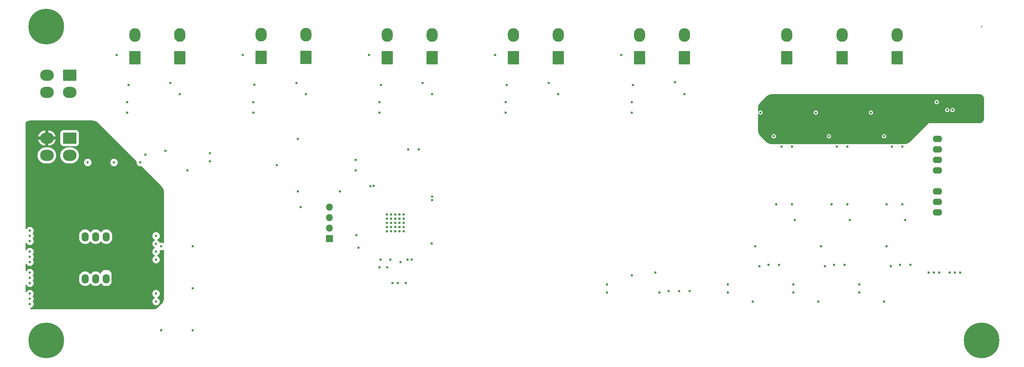
<source format=gbr>
%TF.GenerationSoftware,KiCad,Pcbnew,8.0.4*%
%TF.CreationDate,2025-03-26T21:29:20+03:00*%
%TF.ProjectId,PDU_Control_Board,5044555f-436f-46e7-9472-6f6c5f426f61,rev?*%
%TF.SameCoordinates,Original*%
%TF.FileFunction,Copper,L3,Inr*%
%TF.FilePolarity,Positive*%
%FSLAX46Y46*%
G04 Gerber Fmt 4.6, Leading zero omitted, Abs format (unit mm)*
G04 Created by KiCad (PCBNEW 8.0.4) date 2025-03-26 21:29:20*
%MOMM*%
%LPD*%
G01*
G04 APERTURE LIST*
G04 Aperture macros list*
%AMRoundRect*
0 Rectangle with rounded corners*
0 $1 Rounding radius*
0 $2 $3 $4 $5 $6 $7 $8 $9 X,Y pos of 4 corners*
0 Add a 4 corners polygon primitive as box body*
4,1,4,$2,$3,$4,$5,$6,$7,$8,$9,$2,$3,0*
0 Add four circle primitives for the rounded corners*
1,1,$1+$1,$2,$3*
1,1,$1+$1,$4,$5*
1,1,$1+$1,$6,$7*
1,1,$1+$1,$8,$9*
0 Add four rect primitives between the rounded corners*
20,1,$1+$1,$2,$3,$4,$5,0*
20,1,$1+$1,$4,$5,$6,$7,0*
20,1,$1+$1,$6,$7,$8,$9,0*
20,1,$1+$1,$8,$9,$2,$3,0*%
G04 Aperture macros list end*
%TA.AperFunction,ComponentPad*%
%ADD10RoundRect,0.250001X1.099999X1.399999X-1.099999X1.399999X-1.099999X-1.399999X1.099999X-1.399999X0*%
%TD*%
%TA.AperFunction,ComponentPad*%
%ADD11O,2.700000X3.300000*%
%TD*%
%TA.AperFunction,ComponentPad*%
%ADD12RoundRect,0.250001X-1.399999X1.099999X-1.399999X-1.099999X1.399999X-1.099999X1.399999X1.099999X0*%
%TD*%
%TA.AperFunction,ComponentPad*%
%ADD13O,3.300000X2.700000*%
%TD*%
%TA.AperFunction,ComponentPad*%
%ADD14C,0.900000*%
%TD*%
%TA.AperFunction,ComponentPad*%
%ADD15C,8.600000*%
%TD*%
%TA.AperFunction,ComponentPad*%
%ADD16O,1.700000X2.300000*%
%TD*%
%TA.AperFunction,ComponentPad*%
%ADD17R,1.700000X1.700000*%
%TD*%
%TA.AperFunction,ComponentPad*%
%ADD18O,1.700000X1.700000*%
%TD*%
%TA.AperFunction,ComponentPad*%
%ADD19O,2.300000X1.600000*%
%TD*%
%TA.AperFunction,ViaPad*%
%ADD20C,0.600000*%
%TD*%
%ADD21C,0.300000*%
%ADD22C,0.350000*%
G04 APERTURE END LIST*
D10*
%TO.N,Net-(D4-A)*%
%TO.C,J5*%
X349885000Y-175335000D03*
D11*
%TO.N,+24V*%
X349885000Y-169835000D03*
%TD*%
D10*
%TO.N,Net-(D13-A)*%
%TO.C,J7*%
X258445000Y-175335000D03*
D11*
%TO.N,+24V*%
X258445000Y-169835000D03*
%TD*%
D12*
%TO.N,Crrent_Out*%
%TO.C,J1*%
X231850000Y-194750000D03*
D13*
%TO.N,GND*%
X231850000Y-198950000D03*
%TO.N,+5V*%
X226350000Y-194750000D03*
%TO.N,GND*%
X226350000Y-198950000D03*
%TD*%
D10*
%TO.N,Net-(D20-A)*%
%TO.C,J12*%
X247650000Y-175335000D03*
D11*
%TO.N,+24V*%
X247650000Y-169835000D03*
%TD*%
D14*
%TO.N,GND*%
%TO.C,H1*%
X452217000Y-240515000D03*
X454497419Y-241459581D03*
X449936581Y-241459581D03*
X455442000Y-243740000D03*
D15*
X452217000Y-243740000D03*
D14*
X448992000Y-243740000D03*
X454497419Y-246020419D03*
X449936581Y-246020419D03*
X452217000Y-246965000D03*
%TD*%
D10*
%TO.N,Net-(D24-A)*%
%TO.C,J8*%
X278130000Y-175260000D03*
D11*
%TO.N,+24V*%
X278130000Y-169760000D03*
%TD*%
D14*
%TO.N,GND*%
%TO.C,H2*%
X226217000Y-164515000D03*
X228497419Y-165459581D03*
X223936581Y-165459581D03*
X229442000Y-167740000D03*
D15*
X226217000Y-167740000D03*
D14*
X222992000Y-167740000D03*
X228497419Y-170020419D03*
X223936581Y-170020419D03*
X226217000Y-170965000D03*
%TD*%
D10*
%TO.N,VDC_IN*%
%TO.C,J20*%
X405130000Y-175335000D03*
D11*
%TO.N,GNDPWR*%
X405130000Y-169835000D03*
%TD*%
D16*
%TO.N,+24V*%
%TO.C,D16*%
X235585000Y-218630000D03*
%TO.N,GND*%
X238125000Y-218630000D03*
%TO.N,+3.3V*%
X240665000Y-218630000D03*
%TD*%
D10*
%TO.N,Net-(D22-A)*%
%TO.C,J10*%
X339090000Y-175335000D03*
D11*
%TO.N,+24V*%
X339090000Y-169835000D03*
%TD*%
D10*
%TO.N,Net-(D7-A)*%
%TO.C,J4*%
X288925000Y-175260000D03*
D11*
%TO.N,+24V*%
X288925000Y-169760000D03*
%TD*%
D10*
%TO.N,VDC_OUT2*%
%TO.C,J22*%
X431800000Y-175335000D03*
D11*
%TO.N,GNDPWR*%
X431800000Y-169835000D03*
%TD*%
D10*
%TO.N,Net-(D6-A)*%
%TO.C,J2*%
X319405000Y-175335000D03*
D11*
%TO.N,+24V*%
X319405000Y-169835000D03*
%TD*%
D14*
%TO.N,GND*%
%TO.C,H3*%
X226217000Y-240515000D03*
X228497419Y-241459581D03*
X223936581Y-241459581D03*
X229442000Y-243740000D03*
D15*
X226217000Y-243740000D03*
D14*
X222992000Y-243740000D03*
X228497419Y-246020419D03*
X223936581Y-246020419D03*
X226217000Y-246965000D03*
%TD*%
D17*
%TO.N,GND*%
%TO.C,J3*%
X294640000Y-219065000D03*
D18*
%TO.N,Net-(J3-Pin_2)*%
X294640000Y-216525000D03*
%TO.N,Net-(J3-Pin_3)*%
X294640000Y-213985000D03*
%TO.N,Net-(D3-A)*%
X294640000Y-211445000D03*
%TD*%
D10*
%TO.N,Net-(D21-A)*%
%TO.C,J11*%
X369570000Y-175335000D03*
D11*
%TO.N,+24V*%
X369570000Y-169835000D03*
%TD*%
D12*
%TO.N,CANL*%
%TO.C,J13*%
X231850000Y-179510000D03*
D13*
%TO.N,CANH*%
X231850000Y-183710000D03*
%TO.N,+24V*%
X226350000Y-179510000D03*
%TO.N,GND*%
X226350000Y-183710000D03*
%TD*%
D19*
%TO.N,GND*%
%TO.C,D37*%
X441535000Y-212725000D03*
%TO.N,Net-(D37-Vin)*%
X441535000Y-210185000D03*
%TO.N,unconnected-(D37-Ctrl-Pad3)*%
X441535000Y-207645000D03*
%TO.N,unconnected-(D37-NC-Pad5)*%
X441535000Y-202565000D03*
%TO.N,+3.3VP*%
X441535000Y-200025000D03*
%TO.N,GNDPWR*%
X441535000Y-197485000D03*
%TO.N,Net-(D37-CS)*%
X441535000Y-194945000D03*
%TD*%
D10*
%TO.N,Net-(D8-A)*%
%TO.C,J6*%
X380365000Y-175335000D03*
D11*
%TO.N,+24V*%
X380365000Y-169835000D03*
%TD*%
D10*
%TO.N,VDC_OUT1*%
%TO.C,J21*%
X418465000Y-175335000D03*
D11*
%TO.N,GNDPWR*%
X418465000Y-169835000D03*
%TD*%
D10*
%TO.N,Net-(D23-A)*%
%TO.C,J9*%
X308610000Y-175335000D03*
D11*
%TO.N,+24V*%
X308610000Y-169835000D03*
%TD*%
D16*
%TO.N,+24V*%
%TO.C,D41*%
X235585000Y-228790000D03*
%TO.N,GND*%
X238125000Y-228790000D03*
%TO.N,+5V*%
X240665000Y-228790000D03*
%TD*%
D20*
%TO.N,+3.3V*%
X361635000Y-232090000D03*
X265745000Y-198440000D03*
X419735000Y-210820000D03*
X407035000Y-214630000D03*
X307015000Y-224155000D03*
X309880000Y-229870000D03*
X430210000Y-225740000D03*
X422595000Y-232090000D03*
X254000000Y-220980000D03*
X374330000Y-232090000D03*
X406400000Y-210820000D03*
X252730000Y-218440000D03*
X300990000Y-200025000D03*
X433070000Y-210820000D03*
X319330057Y-220240035D03*
X254950000Y-197805000D03*
X367665000Y-186055000D03*
X420370000Y-214630000D03*
X314515000Y-224155000D03*
X433705000Y-214630000D03*
X252730000Y-220345000D03*
X245745000Y-186055000D03*
X406720000Y-232090000D03*
X304515000Y-206375000D03*
X414335000Y-225740000D03*
X319405000Y-208964997D03*
X337185000Y-186055000D03*
X301625000Y-221265000D03*
X276225000Y-186055000D03*
X398460000Y-225740000D03*
X313515000Y-224155000D03*
X306705000Y-186055000D03*
X390845000Y-232090000D03*
X287655000Y-211455000D03*
X309365001Y-224171094D03*
%TO.N,GND*%
X367967500Y-181942500D03*
X337185000Y-188595000D03*
X367665000Y-188595000D03*
X306705000Y-188595000D03*
X376555000Y-231775000D03*
X415925000Y-210820000D03*
X252730000Y-232410000D03*
X287020000Y-194945000D03*
X222250000Y-224790000D03*
X334645000Y-174625000D03*
X422595000Y-230190000D03*
X297180000Y-207645000D03*
X311531000Y-216281000D03*
X222250000Y-223520000D03*
X316230000Y-197485000D03*
X434975000Y-225425000D03*
X400685000Y-225425000D03*
X312547000Y-214249000D03*
X317105000Y-181370000D03*
X308483000Y-215265000D03*
X390845000Y-230190000D03*
X252730000Y-224155000D03*
X273685000Y-174625000D03*
X378065000Y-181215000D03*
X396875000Y-234315000D03*
X287020000Y-207645000D03*
X308483000Y-213233000D03*
X413385000Y-220980000D03*
X428625000Y-234315000D03*
X222250000Y-232410000D03*
X261620000Y-231140000D03*
X309499000Y-215265000D03*
X337479500Y-181950500D03*
X222250000Y-234950000D03*
X310515000Y-214249000D03*
X365125000Y-174625000D03*
X397510000Y-220980000D03*
X248920000Y-200660000D03*
X246085500Y-181950500D03*
X260350000Y-202565000D03*
X265745000Y-200340000D03*
X258445000Y-184150000D03*
X311531000Y-214249000D03*
X307037500Y-181942500D03*
X308483000Y-214249000D03*
X304165000Y-174625000D03*
X300990000Y-202565000D03*
X242570000Y-200660000D03*
X313055000Y-229870000D03*
X373380000Y-227330000D03*
X252730000Y-234315000D03*
X312547000Y-215265000D03*
X406720000Y-230190000D03*
X313690000Y-197485000D03*
X319405000Y-184150000D03*
X416560000Y-225425000D03*
X312547000Y-217297000D03*
X429260000Y-210820000D03*
X310515000Y-215265000D03*
X276482500Y-181867500D03*
X380365000Y-184150000D03*
X281940000Y-201295000D03*
X288925000Y-184150000D03*
X311150000Y-229870000D03*
X261620000Y-220980000D03*
X308483000Y-216281000D03*
X432435000Y-225425000D03*
X252730000Y-222250000D03*
X311531000Y-215265000D03*
X367665000Y-227965000D03*
X310515000Y-217297000D03*
X261620000Y-241300000D03*
X309499000Y-217297000D03*
X310515000Y-216281000D03*
X245745000Y-188595000D03*
X310515000Y-213233000D03*
X412750000Y-234315000D03*
X441960000Y-227330000D03*
X222250000Y-222250000D03*
X312547000Y-216281000D03*
X256145000Y-181370000D03*
X403225000Y-225425000D03*
X308483000Y-217297000D03*
X311531000Y-217297000D03*
X349885000Y-184150000D03*
X250190000Y-198755000D03*
X243205000Y-174625000D03*
X419100000Y-225425000D03*
X439420000Y-227330000D03*
X309499000Y-216281000D03*
X347585000Y-181370000D03*
X222250000Y-233680000D03*
X236220000Y-200660000D03*
X361635000Y-230190000D03*
X402590000Y-210820000D03*
X379095000Y-231775000D03*
X312547000Y-213233000D03*
X309499000Y-213233000D03*
X440690000Y-227330000D03*
X311531000Y-213233000D03*
X276225000Y-188595000D03*
X306705000Y-226060000D03*
X309499000Y-214249000D03*
X308610000Y-226060000D03*
X429260000Y-220980000D03*
X286625000Y-181370000D03*
%TO.N,Net-(U2-VCAP_1)*%
X319405000Y-209765000D03*
%TO.N,Net-(U2-VCAP_2)*%
X305311521Y-206300443D03*
%TO.N,+24V*%
X222250000Y-217170000D03*
X222250000Y-219710000D03*
X222250000Y-218440000D03*
X447040000Y-227330000D03*
X381635000Y-231775000D03*
X444500000Y-227330000D03*
X222250000Y-229870000D03*
X254000000Y-241300000D03*
X445770000Y-227330000D03*
X222250000Y-228600000D03*
X222250000Y-227330000D03*
%TO.N,BOOT0*%
X301165000Y-218265000D03*
%TO.N,NRST*%
X311785000Y-224790000D03*
%TO.N,GNDPWR*%
X398780000Y-188595000D03*
X445135000Y-187960000D03*
X430530000Y-196850000D03*
X417195000Y-196850000D03*
X428625000Y-194310000D03*
X425450000Y-188595000D03*
X401955000Y-194310000D03*
X415290000Y-194310000D03*
X412115000Y-188595000D03*
X441325000Y-186055000D03*
X403860000Y-196850000D03*
X443865000Y-187960000D03*
%TO.N,+3.3VP*%
X420370000Y-193040000D03*
X433705000Y-193040000D03*
X433070000Y-196850000D03*
X449580000Y-186055000D03*
X448945000Y-187960000D03*
X419735000Y-196850000D03*
X450215000Y-187960000D03*
X406400000Y-196850000D03*
X407035000Y-193040000D03*
%TO.N,+5V*%
X252730000Y-228600000D03*
X252730000Y-230505000D03*
X236220000Y-192405000D03*
X254000000Y-231140000D03*
%TD*%
%TA.AperFunction,Conductor*%
%TO.N,+3.3VP*%
G36*
X451677048Y-184150597D02*
G01*
X451870317Y-184169632D01*
X451894153Y-184174374D01*
X452074138Y-184228973D01*
X452096595Y-184238275D01*
X452262460Y-184326931D01*
X452282672Y-184340436D01*
X452428059Y-184459752D01*
X452445247Y-184476940D01*
X452564563Y-184622327D01*
X452578068Y-184642539D01*
X452666724Y-184808404D01*
X452676026Y-184830861D01*
X452730625Y-185010846D01*
X452735368Y-185034688D01*
X452754403Y-185227951D01*
X452755000Y-185240105D01*
X452755000Y-190044894D01*
X452754403Y-190057048D01*
X452735368Y-190250311D01*
X452730625Y-190274153D01*
X452676026Y-190454138D01*
X452666724Y-190476595D01*
X452578068Y-190642460D01*
X452564563Y-190662672D01*
X452445247Y-190808059D01*
X452428059Y-190825247D01*
X452282672Y-190944563D01*
X452262460Y-190958068D01*
X452096595Y-191046724D01*
X452074138Y-191056026D01*
X451894153Y-191110625D01*
X451870311Y-191115368D01*
X451677048Y-191134403D01*
X451664894Y-191135000D01*
X439420000Y-191135000D01*
X438834224Y-191720775D01*
X438834216Y-191720783D01*
X434928659Y-195626340D01*
X434922737Y-195631887D01*
X434735206Y-195796348D01*
X434722337Y-195806222D01*
X434518329Y-195942535D01*
X434504283Y-195950645D01*
X434284229Y-196059164D01*
X434269243Y-196065371D01*
X434036904Y-196144239D01*
X434021238Y-196148437D01*
X433780603Y-196196303D01*
X433764521Y-196198421D01*
X433515616Y-196214735D01*
X433507506Y-196215000D01*
X401517494Y-196215000D01*
X401509384Y-196214735D01*
X401260478Y-196198421D01*
X401244397Y-196196303D01*
X401210783Y-196189616D01*
X401003761Y-196148437D01*
X400988095Y-196144239D01*
X400755756Y-196065371D01*
X400740770Y-196059164D01*
X400520716Y-195950645D01*
X400506670Y-195942535D01*
X400302662Y-195806222D01*
X400289793Y-195796348D01*
X400102262Y-195631887D01*
X400096340Y-195626340D01*
X398780000Y-194310000D01*
X401449353Y-194310000D01*
X401469834Y-194452456D01*
X401529622Y-194583371D01*
X401529623Y-194583373D01*
X401623872Y-194692143D01*
X401744947Y-194769953D01*
X401744950Y-194769954D01*
X401744949Y-194769954D01*
X401883036Y-194810499D01*
X401883038Y-194810500D01*
X401883039Y-194810500D01*
X402026962Y-194810500D01*
X402026962Y-194810499D01*
X402165053Y-194769953D01*
X402286128Y-194692143D01*
X402380377Y-194583373D01*
X402440165Y-194452457D01*
X402460647Y-194310000D01*
X414784353Y-194310000D01*
X414804834Y-194452456D01*
X414864622Y-194583371D01*
X414864623Y-194583373D01*
X414958872Y-194692143D01*
X415079947Y-194769953D01*
X415079950Y-194769954D01*
X415079949Y-194769954D01*
X415218036Y-194810499D01*
X415218038Y-194810500D01*
X415218039Y-194810500D01*
X415361962Y-194810500D01*
X415361962Y-194810499D01*
X415500053Y-194769953D01*
X415621128Y-194692143D01*
X415715377Y-194583373D01*
X415775165Y-194452457D01*
X415795647Y-194310000D01*
X428119353Y-194310000D01*
X428139834Y-194452456D01*
X428199622Y-194583371D01*
X428199623Y-194583373D01*
X428293872Y-194692143D01*
X428414947Y-194769953D01*
X428414950Y-194769954D01*
X428414949Y-194769954D01*
X428553036Y-194810499D01*
X428553038Y-194810500D01*
X428553039Y-194810500D01*
X428696962Y-194810500D01*
X428696962Y-194810499D01*
X428835053Y-194769953D01*
X428956128Y-194692143D01*
X429050377Y-194583373D01*
X429110165Y-194452457D01*
X429130647Y-194310000D01*
X429110165Y-194167543D01*
X429050377Y-194036627D01*
X428956128Y-193927857D01*
X428835053Y-193850047D01*
X428835051Y-193850046D01*
X428835049Y-193850045D01*
X428835050Y-193850045D01*
X428696963Y-193809500D01*
X428696961Y-193809500D01*
X428553039Y-193809500D01*
X428553036Y-193809500D01*
X428414949Y-193850045D01*
X428293873Y-193927856D01*
X428199623Y-194036626D01*
X428199622Y-194036628D01*
X428139834Y-194167543D01*
X428119353Y-194310000D01*
X415795647Y-194310000D01*
X415775165Y-194167543D01*
X415715377Y-194036627D01*
X415621128Y-193927857D01*
X415500053Y-193850047D01*
X415500051Y-193850046D01*
X415500049Y-193850045D01*
X415500050Y-193850045D01*
X415361963Y-193809500D01*
X415361961Y-193809500D01*
X415218039Y-193809500D01*
X415218036Y-193809500D01*
X415079949Y-193850045D01*
X414958873Y-193927856D01*
X414864623Y-194036626D01*
X414864622Y-194036628D01*
X414804834Y-194167543D01*
X414784353Y-194310000D01*
X402460647Y-194310000D01*
X402440165Y-194167543D01*
X402380377Y-194036627D01*
X402286128Y-193927857D01*
X402165053Y-193850047D01*
X402165051Y-193850046D01*
X402165049Y-193850045D01*
X402165050Y-193850045D01*
X402026963Y-193809500D01*
X402026961Y-193809500D01*
X401883039Y-193809500D01*
X401883036Y-193809500D01*
X401744949Y-193850045D01*
X401623873Y-193927856D01*
X401529623Y-194036626D01*
X401529622Y-194036628D01*
X401469834Y-194167543D01*
X401449353Y-194310000D01*
X398780000Y-194310000D01*
X398733659Y-194263659D01*
X398728112Y-194257737D01*
X398563651Y-194070206D01*
X398553777Y-194057337D01*
X398417464Y-193853329D01*
X398409354Y-193839283D01*
X398394667Y-193809500D01*
X398300832Y-193619222D01*
X398294628Y-193604243D01*
X398215760Y-193371904D01*
X398211562Y-193356238D01*
X398163694Y-193115589D01*
X398161579Y-193099531D01*
X398145265Y-192850615D01*
X398145000Y-192842506D01*
X398145000Y-188958912D01*
X398164685Y-188891873D01*
X398217489Y-188846118D01*
X398286647Y-188836174D01*
X398350203Y-188865199D01*
X398362710Y-188877706D01*
X398448872Y-188977143D01*
X398569947Y-189054953D01*
X398569950Y-189054954D01*
X398569949Y-189054954D01*
X398708036Y-189095499D01*
X398708038Y-189095500D01*
X398708039Y-189095500D01*
X398851962Y-189095500D01*
X398851962Y-189095499D01*
X398990053Y-189054953D01*
X399111128Y-188977143D01*
X399205377Y-188868373D01*
X399265165Y-188737457D01*
X399285647Y-188595000D01*
X411609353Y-188595000D01*
X411629834Y-188737456D01*
X411674918Y-188836174D01*
X411689623Y-188868373D01*
X411783872Y-188977143D01*
X411904947Y-189054953D01*
X411904950Y-189054954D01*
X411904949Y-189054954D01*
X412043036Y-189095499D01*
X412043038Y-189095500D01*
X412043039Y-189095500D01*
X412186962Y-189095500D01*
X412186962Y-189095499D01*
X412325053Y-189054953D01*
X412446128Y-188977143D01*
X412540377Y-188868373D01*
X412600165Y-188737457D01*
X412620647Y-188595000D01*
X424944353Y-188595000D01*
X424964834Y-188737456D01*
X425009918Y-188836174D01*
X425024623Y-188868373D01*
X425118872Y-188977143D01*
X425239947Y-189054953D01*
X425239950Y-189054954D01*
X425239949Y-189054954D01*
X425378036Y-189095499D01*
X425378038Y-189095500D01*
X425378039Y-189095500D01*
X425521962Y-189095500D01*
X425521962Y-189095499D01*
X425660053Y-189054953D01*
X425781128Y-188977143D01*
X425875377Y-188868373D01*
X425935165Y-188737457D01*
X425955647Y-188595000D01*
X425935165Y-188452543D01*
X425875377Y-188321627D01*
X425781128Y-188212857D01*
X425660053Y-188135047D01*
X425660051Y-188135046D01*
X425660049Y-188135045D01*
X425660050Y-188135045D01*
X425521963Y-188094500D01*
X425521961Y-188094500D01*
X425378039Y-188094500D01*
X425378036Y-188094500D01*
X425239949Y-188135045D01*
X425118873Y-188212856D01*
X425024623Y-188321626D01*
X425024622Y-188321628D01*
X424964834Y-188452543D01*
X424944353Y-188595000D01*
X412620647Y-188595000D01*
X412600165Y-188452543D01*
X412540377Y-188321627D01*
X412446128Y-188212857D01*
X412325053Y-188135047D01*
X412325051Y-188135046D01*
X412325049Y-188135045D01*
X412325050Y-188135045D01*
X412186963Y-188094500D01*
X412186961Y-188094500D01*
X412043039Y-188094500D01*
X412043036Y-188094500D01*
X411904949Y-188135045D01*
X411783873Y-188212856D01*
X411689623Y-188321626D01*
X411689622Y-188321628D01*
X411629834Y-188452543D01*
X411609353Y-188595000D01*
X399285647Y-188595000D01*
X399265165Y-188452543D01*
X399205377Y-188321627D01*
X399111128Y-188212857D01*
X398990053Y-188135047D01*
X398990051Y-188135046D01*
X398990049Y-188135045D01*
X398990050Y-188135045D01*
X398851963Y-188094500D01*
X398851961Y-188094500D01*
X398708039Y-188094500D01*
X398708036Y-188094500D01*
X398569949Y-188135045D01*
X398448873Y-188212856D01*
X398362713Y-188312290D01*
X398303935Y-188350064D01*
X398234065Y-188350064D01*
X398175287Y-188312289D01*
X398146262Y-188248734D01*
X398145000Y-188231087D01*
X398145000Y-187960000D01*
X443359353Y-187960000D01*
X443379834Y-188102456D01*
X443438579Y-188231087D01*
X443439623Y-188233373D01*
X443533872Y-188342143D01*
X443654947Y-188419953D01*
X443654950Y-188419954D01*
X443654949Y-188419954D01*
X443793036Y-188460499D01*
X443793038Y-188460500D01*
X443793039Y-188460500D01*
X443936962Y-188460500D01*
X443936962Y-188460499D01*
X444075053Y-188419953D01*
X444196128Y-188342143D01*
X444290377Y-188233373D01*
X444350165Y-188102457D01*
X444370647Y-187960000D01*
X444629353Y-187960000D01*
X444649834Y-188102456D01*
X444708579Y-188231087D01*
X444709623Y-188233373D01*
X444803872Y-188342143D01*
X444924947Y-188419953D01*
X444924950Y-188419954D01*
X444924949Y-188419954D01*
X445063036Y-188460499D01*
X445063038Y-188460500D01*
X445063039Y-188460500D01*
X445206962Y-188460500D01*
X445206962Y-188460499D01*
X445345053Y-188419953D01*
X445466128Y-188342143D01*
X445560377Y-188233373D01*
X445620165Y-188102457D01*
X445640647Y-187960000D01*
X445620165Y-187817543D01*
X445560377Y-187686627D01*
X445466128Y-187577857D01*
X445345053Y-187500047D01*
X445345051Y-187500046D01*
X445345049Y-187500045D01*
X445345050Y-187500045D01*
X445206963Y-187459500D01*
X445206961Y-187459500D01*
X445063039Y-187459500D01*
X445063036Y-187459500D01*
X444924949Y-187500045D01*
X444803873Y-187577856D01*
X444709623Y-187686626D01*
X444709622Y-187686628D01*
X444649834Y-187817543D01*
X444629353Y-187960000D01*
X444370647Y-187960000D01*
X444350165Y-187817543D01*
X444290377Y-187686627D01*
X444196128Y-187577857D01*
X444075053Y-187500047D01*
X444075051Y-187500046D01*
X444075049Y-187500045D01*
X444075050Y-187500045D01*
X443936963Y-187459500D01*
X443936961Y-187459500D01*
X443793039Y-187459500D01*
X443793036Y-187459500D01*
X443654949Y-187500045D01*
X443533873Y-187577856D01*
X443439623Y-187686626D01*
X443439622Y-187686628D01*
X443379834Y-187817543D01*
X443359353Y-187960000D01*
X398145000Y-187960000D01*
X398145000Y-187522493D01*
X398145265Y-187514384D01*
X398148862Y-187459500D01*
X398161579Y-187265466D01*
X398163693Y-187249412D01*
X398211563Y-187008757D01*
X398215760Y-186993095D01*
X398238921Y-186924864D01*
X398294631Y-186760748D01*
X398300829Y-186745782D01*
X398409357Y-186525710D01*
X398417464Y-186511670D01*
X398467261Y-186437143D01*
X398553780Y-186307657D01*
X398563642Y-186294804D01*
X398728127Y-186107245D01*
X398733644Y-186101355D01*
X398779999Y-186055000D01*
X440819353Y-186055000D01*
X440839834Y-186197456D01*
X440884292Y-186294804D01*
X440899623Y-186328373D01*
X440993872Y-186437143D01*
X441114947Y-186514953D01*
X441114950Y-186514954D01*
X441114949Y-186514954D01*
X441253036Y-186555499D01*
X441253038Y-186555500D01*
X441253039Y-186555500D01*
X441396962Y-186555500D01*
X441396962Y-186555499D01*
X441535053Y-186514953D01*
X441656128Y-186437143D01*
X441750377Y-186328373D01*
X441810165Y-186197457D01*
X441830647Y-186055000D01*
X441810165Y-185912543D01*
X441750377Y-185781627D01*
X441656128Y-185672857D01*
X441535053Y-185595047D01*
X441535051Y-185595046D01*
X441535049Y-185595045D01*
X441535050Y-185595045D01*
X441396963Y-185554500D01*
X441396961Y-185554500D01*
X441253039Y-185554500D01*
X441253036Y-185554500D01*
X441114949Y-185595045D01*
X440993873Y-185672856D01*
X440899623Y-185781626D01*
X440899622Y-185781628D01*
X440839834Y-185912543D01*
X440819353Y-186055000D01*
X398779999Y-186055000D01*
X400096355Y-184738644D01*
X400102245Y-184733127D01*
X400289804Y-184568642D01*
X400302657Y-184558780D01*
X400506670Y-184422464D01*
X400520710Y-184414357D01*
X400740782Y-184305829D01*
X400755748Y-184299631D01*
X400936497Y-184238275D01*
X400988095Y-184220760D01*
X401003757Y-184216563D01*
X401244412Y-184168693D01*
X401260466Y-184166579D01*
X401488510Y-184151633D01*
X401509385Y-184150265D01*
X401517494Y-184150000D01*
X451664894Y-184150000D01*
X451677048Y-184150597D01*
G37*
%TD.AperFunction*%
%TD*%
%TA.AperFunction,Conductor*%
%TO.N,+5V*%
G36*
X237300615Y-190500265D02*
G01*
X237323089Y-190501737D01*
X237549531Y-190516579D01*
X237565589Y-190518694D01*
X237806238Y-190566562D01*
X237821904Y-190570760D01*
X237991496Y-190628328D01*
X238054245Y-190649629D01*
X238069222Y-190655832D01*
X238279681Y-190759619D01*
X238289283Y-190764354D01*
X238303329Y-190772464D01*
X238507337Y-190908777D01*
X238520202Y-190918648D01*
X238707737Y-191083112D01*
X238713659Y-191088659D01*
X247998440Y-200373440D01*
X248031925Y-200434763D01*
X248034080Y-200474082D01*
X248014540Y-200660000D01*
X248034326Y-200848256D01*
X248034327Y-200848259D01*
X248092818Y-201028277D01*
X248092821Y-201028284D01*
X248187467Y-201192216D01*
X248314129Y-201332888D01*
X248467265Y-201444148D01*
X248467270Y-201444151D01*
X248640192Y-201521142D01*
X248640197Y-201521144D01*
X248825354Y-201560500D01*
X248825355Y-201560500D01*
X249014644Y-201560500D01*
X249014646Y-201560500D01*
X249089697Y-201544547D01*
X249159360Y-201549862D01*
X249203156Y-201578156D01*
X254046340Y-206421340D01*
X254051887Y-206427262D01*
X254216348Y-206614793D01*
X254226222Y-206627662D01*
X254362535Y-206831670D01*
X254370645Y-206845716D01*
X254479164Y-207065770D01*
X254485371Y-207080756D01*
X254564239Y-207313095D01*
X254568437Y-207328761D01*
X254616303Y-207569396D01*
X254618421Y-207585478D01*
X254634735Y-207834383D01*
X254635000Y-207842493D01*
X254635000Y-220086308D01*
X254615315Y-220153347D01*
X254562511Y-220199102D01*
X254493353Y-220209046D01*
X254459223Y-220197239D01*
X254458666Y-220198492D01*
X254279807Y-220118857D01*
X254279802Y-220118855D01*
X254126675Y-220086308D01*
X254094646Y-220079500D01*
X253905354Y-220079500D01*
X253797990Y-220102320D01*
X253720121Y-220118872D01*
X253650453Y-220113556D01*
X253594720Y-220071419D01*
X253576409Y-220035899D01*
X253557182Y-219976724D01*
X253557180Y-219976720D01*
X253557179Y-219976716D01*
X253462533Y-219812784D01*
X253335871Y-219672112D01*
X253335870Y-219672111D01*
X253182734Y-219560851D01*
X253182729Y-219560848D01*
X253059043Y-219505779D01*
X253005806Y-219460529D01*
X252985485Y-219393680D01*
X253004531Y-219326456D01*
X253056897Y-219280201D01*
X253059043Y-219279221D01*
X253111498Y-219255865D01*
X253182730Y-219224151D01*
X253335871Y-219112888D01*
X253462533Y-218972216D01*
X253557179Y-218808284D01*
X253615674Y-218628256D01*
X253635460Y-218440000D01*
X253615674Y-218251744D01*
X253557179Y-218071716D01*
X253462533Y-217907784D01*
X253335871Y-217767112D01*
X253335870Y-217767111D01*
X253182734Y-217655851D01*
X253182729Y-217655848D01*
X253009807Y-217578857D01*
X253009802Y-217578855D01*
X252864001Y-217547865D01*
X252824646Y-217539500D01*
X252635354Y-217539500D01*
X252602897Y-217546398D01*
X252450197Y-217578855D01*
X252450192Y-217578857D01*
X252277270Y-217655848D01*
X252277265Y-217655851D01*
X252124129Y-217767111D01*
X251997466Y-217907785D01*
X251902821Y-218071715D01*
X251902818Y-218071722D01*
X251855993Y-218215837D01*
X251844326Y-218251744D01*
X251824540Y-218440000D01*
X251844326Y-218628256D01*
X251844327Y-218628259D01*
X251902818Y-218808277D01*
X251902821Y-218808284D01*
X251997467Y-218972216D01*
X252124129Y-219112888D01*
X252277265Y-219224148D01*
X252277270Y-219224151D01*
X252400956Y-219279221D01*
X252454193Y-219324472D01*
X252474514Y-219391321D01*
X252455468Y-219458544D01*
X252403102Y-219504799D01*
X252400956Y-219505779D01*
X252277270Y-219560848D01*
X252277265Y-219560851D01*
X252124129Y-219672111D01*
X251997466Y-219812785D01*
X251902821Y-219976715D01*
X251902818Y-219976722D01*
X251844327Y-220156740D01*
X251844326Y-220156744D01*
X251824540Y-220345000D01*
X251844326Y-220533256D01*
X251844327Y-220533259D01*
X251902818Y-220713277D01*
X251902821Y-220713284D01*
X251997467Y-220877216D01*
X252124129Y-221017888D01*
X252277265Y-221129148D01*
X252277270Y-221129151D01*
X252400956Y-221184221D01*
X252454193Y-221229472D01*
X252474514Y-221296321D01*
X252455468Y-221363544D01*
X252403102Y-221409799D01*
X252400956Y-221410779D01*
X252277270Y-221465848D01*
X252277265Y-221465851D01*
X252124129Y-221577111D01*
X251997466Y-221717785D01*
X251902821Y-221881715D01*
X251902818Y-221881722D01*
X251862706Y-222005176D01*
X251844326Y-222061744D01*
X251824540Y-222250000D01*
X251844326Y-222438256D01*
X251844327Y-222438259D01*
X251902818Y-222618277D01*
X251902821Y-222618284D01*
X251997467Y-222782216D01*
X252124129Y-222922888D01*
X252277265Y-223034148D01*
X252277270Y-223034151D01*
X252400956Y-223089221D01*
X252454193Y-223134472D01*
X252474514Y-223201321D01*
X252455468Y-223268544D01*
X252403102Y-223314799D01*
X252400956Y-223315779D01*
X252277270Y-223370848D01*
X252277265Y-223370851D01*
X252124129Y-223482111D01*
X251997466Y-223622785D01*
X251902821Y-223786715D01*
X251902818Y-223786722D01*
X251869819Y-223888284D01*
X251844326Y-223966744D01*
X251824540Y-224155000D01*
X251844326Y-224343256D01*
X251844327Y-224343259D01*
X251902818Y-224523277D01*
X251902821Y-224523284D01*
X251997467Y-224687216D01*
X252124129Y-224827888D01*
X252277265Y-224939148D01*
X252277270Y-224939151D01*
X252450192Y-225016142D01*
X252450197Y-225016144D01*
X252635354Y-225055500D01*
X252635355Y-225055500D01*
X252824644Y-225055500D01*
X252824646Y-225055500D01*
X253009803Y-225016144D01*
X253182730Y-224939151D01*
X253335871Y-224827888D01*
X253462533Y-224687216D01*
X253557179Y-224523284D01*
X253615674Y-224343256D01*
X253635460Y-224155000D01*
X253615674Y-223966744D01*
X253557179Y-223786716D01*
X253462533Y-223622784D01*
X253335871Y-223482112D01*
X253335870Y-223482111D01*
X253182734Y-223370851D01*
X253182729Y-223370848D01*
X253059043Y-223315779D01*
X253005806Y-223270529D01*
X252985485Y-223203680D01*
X253004531Y-223136456D01*
X253056897Y-223090201D01*
X253059043Y-223089221D01*
X253111498Y-223065865D01*
X253182730Y-223034151D01*
X253335871Y-222922888D01*
X253462533Y-222782216D01*
X253557179Y-222618284D01*
X253615674Y-222438256D01*
X253635460Y-222250000D01*
X253615674Y-222061744D01*
X253597292Y-222005173D01*
X253595298Y-221935335D01*
X253631378Y-221875502D01*
X253694078Y-221844673D01*
X253741005Y-221845567D01*
X253811774Y-221860609D01*
X253905354Y-221880500D01*
X253905355Y-221880500D01*
X254094644Y-221880500D01*
X254094646Y-221880500D01*
X254279803Y-221841144D01*
X254452730Y-221764151D01*
X254452730Y-221764150D01*
X254458666Y-221761508D01*
X254459651Y-221763721D01*
X254516891Y-221749831D01*
X254582920Y-221772678D01*
X254626114Y-221827596D01*
X254635000Y-221873691D01*
X254635000Y-233482506D01*
X254634735Y-233490616D01*
X254618421Y-233739521D01*
X254616303Y-233755603D01*
X254568437Y-233996238D01*
X254564239Y-234011904D01*
X254485371Y-234244243D01*
X254479164Y-234259229D01*
X254370645Y-234479283D01*
X254362535Y-234493329D01*
X254226222Y-234697337D01*
X254216348Y-234710206D01*
X254051887Y-234897737D01*
X254046340Y-234903659D01*
X253318659Y-235631340D01*
X253312737Y-235636887D01*
X253125206Y-235801348D01*
X253112337Y-235811222D01*
X252908329Y-235947535D01*
X252894283Y-235955645D01*
X252674229Y-236064164D01*
X252659243Y-236070371D01*
X252426904Y-236149239D01*
X252411238Y-236153437D01*
X252170603Y-236201303D01*
X252154521Y-236203421D01*
X251905616Y-236219735D01*
X251897506Y-236220000D01*
X223082494Y-236220000D01*
X223074384Y-236219735D01*
X222825478Y-236203421D01*
X222809397Y-236201303D01*
X222775783Y-236194616D01*
X222568761Y-236153437D01*
X222553094Y-236149239D01*
X222358659Y-236083237D01*
X222301505Y-236043048D01*
X222275152Y-235978339D01*
X222287966Y-235909655D01*
X222335880Y-235858802D01*
X222372727Y-235844531D01*
X222529803Y-235811144D01*
X222529807Y-235811142D01*
X222529808Y-235811142D01*
X222588058Y-235785206D01*
X222702730Y-235734151D01*
X222855871Y-235622888D01*
X222982533Y-235482216D01*
X223077179Y-235318284D01*
X223135674Y-235138256D01*
X223155460Y-234950000D01*
X223135674Y-234761744D01*
X223077179Y-234581716D01*
X222982533Y-234417784D01*
X222964693Y-234397971D01*
X222934464Y-234334981D01*
X222943089Y-234265646D01*
X222964694Y-234232028D01*
X222982533Y-234212216D01*
X223077179Y-234048284D01*
X223135674Y-233868256D01*
X223155460Y-233680000D01*
X223135674Y-233491744D01*
X223077179Y-233311716D01*
X222982533Y-233147784D01*
X222964693Y-233127971D01*
X222934464Y-233064981D01*
X222943089Y-232995646D01*
X222964694Y-232962028D01*
X222982533Y-232942216D01*
X223077179Y-232778284D01*
X223135674Y-232598256D01*
X223155460Y-232410000D01*
X251824540Y-232410000D01*
X251844326Y-232598256D01*
X251844327Y-232598259D01*
X251902818Y-232778277D01*
X251902821Y-232778284D01*
X251997467Y-232942216D01*
X252124129Y-233082888D01*
X252277265Y-233194148D01*
X252277270Y-233194151D01*
X252400956Y-233249221D01*
X252454193Y-233294472D01*
X252474514Y-233361321D01*
X252455468Y-233428544D01*
X252403102Y-233474799D01*
X252400956Y-233475779D01*
X252277270Y-233530848D01*
X252277265Y-233530851D01*
X252124129Y-233642111D01*
X251997466Y-233782785D01*
X251902821Y-233946715D01*
X251902818Y-233946722D01*
X251854587Y-234095164D01*
X251844326Y-234126744D01*
X251824540Y-234315000D01*
X251844326Y-234503256D01*
X251844327Y-234503259D01*
X251902818Y-234683277D01*
X251902821Y-234683284D01*
X251997467Y-234847216D01*
X252124129Y-234987888D01*
X252277265Y-235099148D01*
X252277270Y-235099151D01*
X252450192Y-235176142D01*
X252450197Y-235176144D01*
X252635354Y-235215500D01*
X252635355Y-235215500D01*
X252824644Y-235215500D01*
X252824646Y-235215500D01*
X253009803Y-235176144D01*
X253182730Y-235099151D01*
X253335871Y-234987888D01*
X253462533Y-234847216D01*
X253557179Y-234683284D01*
X253615674Y-234503256D01*
X253635460Y-234315000D01*
X253615674Y-234126744D01*
X253557179Y-233946716D01*
X253462533Y-233782784D01*
X253335871Y-233642112D01*
X253335870Y-233642111D01*
X253182734Y-233530851D01*
X253182729Y-233530848D01*
X253059043Y-233475779D01*
X253005806Y-233430529D01*
X252985485Y-233363680D01*
X253004531Y-233296456D01*
X253056897Y-233250201D01*
X253059043Y-233249221D01*
X253163223Y-233202836D01*
X253182730Y-233194151D01*
X253335871Y-233082888D01*
X253462533Y-232942216D01*
X253557179Y-232778284D01*
X253615674Y-232598256D01*
X253635460Y-232410000D01*
X253615674Y-232221744D01*
X253557179Y-232041716D01*
X253462533Y-231877784D01*
X253335871Y-231737112D01*
X253335870Y-231737111D01*
X253182734Y-231625851D01*
X253182729Y-231625848D01*
X253009807Y-231548857D01*
X253009802Y-231548855D01*
X252864001Y-231517865D01*
X252824646Y-231509500D01*
X252635354Y-231509500D01*
X252602897Y-231516398D01*
X252450197Y-231548855D01*
X252450192Y-231548857D01*
X252277270Y-231625848D01*
X252277265Y-231625851D01*
X252124129Y-231737111D01*
X251997466Y-231877785D01*
X251902821Y-232041715D01*
X251902818Y-232041722D01*
X251844327Y-232221740D01*
X251844326Y-232221744D01*
X251824540Y-232410000D01*
X223155460Y-232410000D01*
X223135674Y-232221744D01*
X223077179Y-232041716D01*
X222982533Y-231877784D01*
X222855871Y-231737112D01*
X222855870Y-231737111D01*
X222702734Y-231625851D01*
X222702729Y-231625848D01*
X222529807Y-231548857D01*
X222529802Y-231548855D01*
X222384001Y-231517865D01*
X222344646Y-231509500D01*
X222155354Y-231509500D01*
X222122897Y-231516398D01*
X221970197Y-231548855D01*
X221970192Y-231548857D01*
X221797270Y-231625848D01*
X221797265Y-231625851D01*
X221644129Y-231737111D01*
X221517466Y-231877785D01*
X221449887Y-231994836D01*
X221399320Y-232043051D01*
X221330713Y-232056275D01*
X221265848Y-232030307D01*
X221225320Y-231973393D01*
X221218500Y-231932836D01*
X221218500Y-231509500D01*
X221218500Y-230347161D01*
X221238185Y-230280124D01*
X221290989Y-230234369D01*
X221360147Y-230224425D01*
X221423703Y-230253450D01*
X221449887Y-230285164D01*
X221517463Y-230402211D01*
X221517465Y-230402214D01*
X221644129Y-230542888D01*
X221797265Y-230654148D01*
X221797270Y-230654151D01*
X221970192Y-230731142D01*
X221970197Y-230731144D01*
X222155354Y-230770500D01*
X222155355Y-230770500D01*
X222344644Y-230770500D01*
X222344646Y-230770500D01*
X222529803Y-230731144D01*
X222702730Y-230654151D01*
X222855871Y-230542888D01*
X222982533Y-230402216D01*
X223077179Y-230238284D01*
X223135674Y-230058256D01*
X223155460Y-229870000D01*
X223135674Y-229681744D01*
X223077179Y-229501716D01*
X222982533Y-229337784D01*
X222964693Y-229317971D01*
X222934464Y-229254981D01*
X222943089Y-229185646D01*
X222964694Y-229152028D01*
X222982533Y-229132216D01*
X223077179Y-228968284D01*
X223135674Y-228788256D01*
X223155460Y-228600000D01*
X223135674Y-228411744D01*
X223124007Y-228375837D01*
X234134500Y-228375837D01*
X234134500Y-229204162D01*
X234170215Y-229429660D01*
X234240770Y-229646803D01*
X234344421Y-229850228D01*
X234478621Y-230034937D01*
X234640063Y-230196379D01*
X234824772Y-230330579D01*
X234920884Y-230379550D01*
X235028196Y-230434229D01*
X235028198Y-230434229D01*
X235028201Y-230434231D01*
X235144592Y-230472049D01*
X235245339Y-230504784D01*
X235470838Y-230540500D01*
X235470843Y-230540500D01*
X235699162Y-230540500D01*
X235924660Y-230504784D01*
X236141799Y-230434231D01*
X236345228Y-230330579D01*
X236529937Y-230196379D01*
X236691379Y-230034937D01*
X236754682Y-229947807D01*
X236810012Y-229905143D01*
X236879626Y-229899164D01*
X236941421Y-229931770D01*
X236955315Y-229947804D01*
X237018621Y-230034937D01*
X237180063Y-230196379D01*
X237364772Y-230330579D01*
X237460884Y-230379550D01*
X237568196Y-230434229D01*
X237568198Y-230434229D01*
X237568201Y-230434231D01*
X237684592Y-230472049D01*
X237785339Y-230504784D01*
X238010838Y-230540500D01*
X238010843Y-230540500D01*
X238239162Y-230540500D01*
X238464660Y-230504784D01*
X238681799Y-230434231D01*
X238885228Y-230330579D01*
X239069937Y-230196379D01*
X239231379Y-230034937D01*
X239284302Y-229962095D01*
X239339631Y-229919430D01*
X239409244Y-229913451D01*
X239471039Y-229946057D01*
X239472300Y-229947300D01*
X240030000Y-230505000D01*
X241300000Y-230505000D01*
X241935000Y-229870000D01*
X241935000Y-229569672D01*
X241941069Y-229531353D01*
X241981758Y-229406126D01*
X242015000Y-229196246D01*
X242015000Y-229190000D01*
X241996709Y-229171709D01*
X241991961Y-229170315D01*
X241946206Y-229117511D01*
X241935000Y-229066000D01*
X241935000Y-228514000D01*
X241954685Y-228446961D01*
X241979809Y-228425190D01*
X242015000Y-228390000D01*
X242015000Y-228383753D01*
X241981757Y-228173872D01*
X241941069Y-228048644D01*
X241935000Y-228010326D01*
X241935000Y-227330000D01*
X241300000Y-226695000D01*
X240030000Y-226695000D01*
X240029999Y-226695000D01*
X239395000Y-227329999D01*
X239395000Y-227409322D01*
X239375315Y-227476361D01*
X239322511Y-227522116D01*
X239253353Y-227532060D01*
X239189797Y-227503035D01*
X239183319Y-227497003D01*
X239069938Y-227383622D01*
X238996134Y-227330000D01*
X238885228Y-227249421D01*
X238681803Y-227145770D01*
X238464660Y-227075215D01*
X238239162Y-227039500D01*
X238239157Y-227039500D01*
X238010843Y-227039500D01*
X238010838Y-227039500D01*
X237785339Y-227075215D01*
X237568196Y-227145770D01*
X237364771Y-227249421D01*
X237180061Y-227383622D01*
X237018623Y-227545060D01*
X237018616Y-227545069D01*
X236955317Y-227632191D01*
X236899987Y-227674857D01*
X236830373Y-227680835D01*
X236768579Y-227648228D01*
X236754683Y-227632191D01*
X236691383Y-227545069D01*
X236691379Y-227545063D01*
X236529937Y-227383621D01*
X236345228Y-227249421D01*
X236141803Y-227145770D01*
X235924660Y-227075215D01*
X235699162Y-227039500D01*
X235699157Y-227039500D01*
X235470843Y-227039500D01*
X235470838Y-227039500D01*
X235245339Y-227075215D01*
X235028196Y-227145770D01*
X234824771Y-227249421D01*
X234640061Y-227383622D01*
X234478622Y-227545061D01*
X234344421Y-227729771D01*
X234240770Y-227933196D01*
X234170215Y-228150339D01*
X234134500Y-228375837D01*
X223124007Y-228375837D01*
X223077179Y-228231716D01*
X222982533Y-228067784D01*
X222964693Y-228047971D01*
X222934464Y-227984981D01*
X222943089Y-227915646D01*
X222964694Y-227882028D01*
X222982533Y-227862216D01*
X223077179Y-227698284D01*
X223135674Y-227518256D01*
X223155460Y-227330000D01*
X223135674Y-227141744D01*
X223077179Y-226961716D01*
X222982533Y-226797784D01*
X222855871Y-226657112D01*
X222855870Y-226657111D01*
X222702734Y-226545851D01*
X222702729Y-226545848D01*
X222529807Y-226468857D01*
X222529802Y-226468855D01*
X222384001Y-226437865D01*
X222344646Y-226429500D01*
X222155354Y-226429500D01*
X222122897Y-226436398D01*
X221970197Y-226468855D01*
X221970192Y-226468857D01*
X221797270Y-226545848D01*
X221797265Y-226545851D01*
X221644129Y-226657111D01*
X221517465Y-226797785D01*
X221449887Y-226914835D01*
X221399320Y-226963051D01*
X221330713Y-226976274D01*
X221265848Y-226950305D01*
X221225320Y-226893391D01*
X221218500Y-226852838D01*
X221218500Y-225267161D01*
X221238185Y-225200125D01*
X221290989Y-225154370D01*
X221360147Y-225144426D01*
X221423703Y-225173451D01*
X221449887Y-225205164D01*
X221517467Y-225322216D01*
X221644129Y-225462888D01*
X221797265Y-225574148D01*
X221797270Y-225574151D01*
X221970192Y-225651142D01*
X221970197Y-225651144D01*
X222155354Y-225690500D01*
X222155355Y-225690500D01*
X222344644Y-225690500D01*
X222344646Y-225690500D01*
X222529803Y-225651144D01*
X222702730Y-225574151D01*
X222855871Y-225462888D01*
X222982533Y-225322216D01*
X223077179Y-225158284D01*
X223135674Y-224978256D01*
X223155460Y-224790000D01*
X223135674Y-224601744D01*
X223077179Y-224421716D01*
X222982533Y-224257784D01*
X222964693Y-224237971D01*
X222934464Y-224174981D01*
X222943089Y-224105646D01*
X222964694Y-224072028D01*
X222982533Y-224052216D01*
X223077179Y-223888284D01*
X223135674Y-223708256D01*
X223155460Y-223520000D01*
X223135674Y-223331744D01*
X223077179Y-223151716D01*
X222982533Y-222987784D01*
X222964693Y-222967971D01*
X222934464Y-222904981D01*
X222943089Y-222835646D01*
X222964694Y-222802028D01*
X222982533Y-222782216D01*
X223077179Y-222618284D01*
X223135674Y-222438256D01*
X223155460Y-222250000D01*
X223135674Y-222061744D01*
X223077179Y-221881716D01*
X222982533Y-221717784D01*
X222855871Y-221577112D01*
X222855870Y-221577111D01*
X222702734Y-221465851D01*
X222702729Y-221465848D01*
X222529807Y-221388857D01*
X222529802Y-221388855D01*
X222384001Y-221357865D01*
X222344646Y-221349500D01*
X222155354Y-221349500D01*
X222122897Y-221356398D01*
X221970197Y-221388855D01*
X221970192Y-221388857D01*
X221797270Y-221465848D01*
X221797265Y-221465851D01*
X221644129Y-221577111D01*
X221517465Y-221717785D01*
X221449887Y-221834835D01*
X221399320Y-221883051D01*
X221330713Y-221896274D01*
X221265848Y-221870305D01*
X221225320Y-221813391D01*
X221218500Y-221772840D01*
X221218500Y-220187160D01*
X221238185Y-220120125D01*
X221290989Y-220074370D01*
X221360147Y-220064426D01*
X221423703Y-220093451D01*
X221449887Y-220125164D01*
X221468120Y-220156744D01*
X221517467Y-220242216D01*
X221641979Y-220380500D01*
X221644129Y-220382888D01*
X221797265Y-220494148D01*
X221797270Y-220494151D01*
X221970192Y-220571142D01*
X221970197Y-220571144D01*
X222155354Y-220610500D01*
X222155355Y-220610500D01*
X222344644Y-220610500D01*
X222344646Y-220610500D01*
X222529803Y-220571144D01*
X222702730Y-220494151D01*
X222855871Y-220382888D01*
X222982533Y-220242216D01*
X223077179Y-220078284D01*
X223135674Y-219898256D01*
X223155460Y-219710000D01*
X223135674Y-219521744D01*
X223077179Y-219341716D01*
X222982533Y-219177784D01*
X222964693Y-219157971D01*
X222934464Y-219094981D01*
X222943089Y-219025646D01*
X222964694Y-218992028D01*
X222982533Y-218972216D01*
X223077179Y-218808284D01*
X223135674Y-218628256D01*
X223155460Y-218440000D01*
X223135674Y-218251744D01*
X223124007Y-218215837D01*
X234134500Y-218215837D01*
X234134500Y-219044162D01*
X234170215Y-219269660D01*
X234240770Y-219486803D01*
X234335190Y-219672111D01*
X234344421Y-219690228D01*
X234478621Y-219874937D01*
X234640063Y-220036379D01*
X234824772Y-220170579D01*
X234880752Y-220199102D01*
X235028196Y-220274229D01*
X235028198Y-220274229D01*
X235028201Y-220274231D01*
X235129398Y-220307112D01*
X235245339Y-220344784D01*
X235470838Y-220380500D01*
X235470843Y-220380500D01*
X235699162Y-220380500D01*
X235924660Y-220344784D01*
X236141799Y-220274231D01*
X236345228Y-220170579D01*
X236529937Y-220036379D01*
X236691379Y-219874937D01*
X236754682Y-219787807D01*
X236810012Y-219745143D01*
X236879626Y-219739164D01*
X236941421Y-219771770D01*
X236955315Y-219787804D01*
X237018621Y-219874937D01*
X237180063Y-220036379D01*
X237364772Y-220170579D01*
X237420752Y-220199102D01*
X237568196Y-220274229D01*
X237568198Y-220274229D01*
X237568201Y-220274231D01*
X237669398Y-220307112D01*
X237785339Y-220344784D01*
X238010838Y-220380500D01*
X238010843Y-220380500D01*
X238239162Y-220380500D01*
X238464660Y-220344784D01*
X238681799Y-220274231D01*
X238885228Y-220170579D01*
X239069937Y-220036379D01*
X239231379Y-219874937D01*
X239294682Y-219787807D01*
X239350012Y-219745143D01*
X239419626Y-219739164D01*
X239481421Y-219771770D01*
X239495315Y-219787804D01*
X239558621Y-219874937D01*
X239720063Y-220036379D01*
X239904772Y-220170579D01*
X239960752Y-220199102D01*
X240108196Y-220274229D01*
X240108198Y-220274229D01*
X240108201Y-220274231D01*
X240209398Y-220307112D01*
X240325339Y-220344784D01*
X240550838Y-220380500D01*
X240550843Y-220380500D01*
X240779162Y-220380500D01*
X241004660Y-220344784D01*
X241221799Y-220274231D01*
X241425228Y-220170579D01*
X241609937Y-220036379D01*
X241771379Y-219874937D01*
X241905579Y-219690228D01*
X242009231Y-219486799D01*
X242079784Y-219269660D01*
X242115500Y-219044162D01*
X242115500Y-218215837D01*
X242079784Y-217990339D01*
X242009229Y-217773196D01*
X241935000Y-217627514D01*
X241905579Y-217569772D01*
X241771379Y-217385063D01*
X241609937Y-217223621D01*
X241425228Y-217089421D01*
X241221803Y-216985770D01*
X241004660Y-216915215D01*
X240779162Y-216879500D01*
X240779157Y-216879500D01*
X240550843Y-216879500D01*
X240550838Y-216879500D01*
X240325339Y-216915215D01*
X240108196Y-216985770D01*
X239904771Y-217089421D01*
X239720061Y-217223622D01*
X239558623Y-217385060D01*
X239558616Y-217385069D01*
X239495317Y-217472191D01*
X239439987Y-217514857D01*
X239370373Y-217520835D01*
X239308579Y-217488228D01*
X239294683Y-217472191D01*
X239231383Y-217385069D01*
X239231379Y-217385063D01*
X239069937Y-217223621D01*
X238885228Y-217089421D01*
X238681803Y-216985770D01*
X238464660Y-216915215D01*
X238239162Y-216879500D01*
X238239157Y-216879500D01*
X238010843Y-216879500D01*
X238010838Y-216879500D01*
X237785339Y-216915215D01*
X237568196Y-216985770D01*
X237364771Y-217089421D01*
X237180061Y-217223622D01*
X237018623Y-217385060D01*
X237018616Y-217385069D01*
X236955317Y-217472191D01*
X236899987Y-217514857D01*
X236830373Y-217520835D01*
X236768579Y-217488228D01*
X236754683Y-217472191D01*
X236691383Y-217385069D01*
X236691379Y-217385063D01*
X236529937Y-217223621D01*
X236345228Y-217089421D01*
X236141803Y-216985770D01*
X235924660Y-216915215D01*
X235699162Y-216879500D01*
X235699157Y-216879500D01*
X235470843Y-216879500D01*
X235470838Y-216879500D01*
X235245339Y-216915215D01*
X235028196Y-216985770D01*
X234824771Y-217089421D01*
X234640061Y-217223622D01*
X234478622Y-217385061D01*
X234344421Y-217569771D01*
X234240770Y-217773196D01*
X234170215Y-217990339D01*
X234134500Y-218215837D01*
X223124007Y-218215837D01*
X223077179Y-218071716D01*
X222982533Y-217907784D01*
X222964693Y-217887971D01*
X222934464Y-217824981D01*
X222943089Y-217755646D01*
X222964694Y-217722028D01*
X222982533Y-217702216D01*
X223077179Y-217538284D01*
X223135674Y-217358256D01*
X223155460Y-217170000D01*
X223135674Y-216981744D01*
X223077179Y-216801716D01*
X222982533Y-216637784D01*
X222855871Y-216497112D01*
X222855870Y-216497111D01*
X222702734Y-216385851D01*
X222702729Y-216385848D01*
X222529807Y-216308857D01*
X222529802Y-216308855D01*
X222384001Y-216277865D01*
X222344646Y-216269500D01*
X222155354Y-216269500D01*
X222122897Y-216276398D01*
X221970197Y-216308855D01*
X221970192Y-216308857D01*
X221797270Y-216385848D01*
X221797265Y-216385851D01*
X221644129Y-216497111D01*
X221517467Y-216637783D01*
X221449887Y-216754835D01*
X221399320Y-216803050D01*
X221330712Y-216816272D01*
X221265848Y-216790304D01*
X221225320Y-216733390D01*
X221218501Y-216692840D01*
X221218502Y-198822149D01*
X224099500Y-198822149D01*
X224099500Y-199077850D01*
X224125457Y-199275007D01*
X224132874Y-199331340D01*
X224158744Y-199427888D01*
X224199050Y-199578312D01*
X224199053Y-199578322D01*
X224296894Y-199814531D01*
X224296899Y-199814542D01*
X224424734Y-200035957D01*
X224424745Y-200035973D01*
X224580388Y-200238811D01*
X224580394Y-200238818D01*
X224761181Y-200419605D01*
X224761188Y-200419611D01*
X224829124Y-200471740D01*
X224964035Y-200575261D01*
X224964042Y-200575265D01*
X225185457Y-200703100D01*
X225185462Y-200703102D01*
X225185465Y-200703104D01*
X225421687Y-200800950D01*
X225668660Y-200867126D01*
X225922157Y-200900500D01*
X225922164Y-200900500D01*
X226777836Y-200900500D01*
X226777843Y-200900500D01*
X227031340Y-200867126D01*
X227278313Y-200800950D01*
X227514535Y-200703104D01*
X227735965Y-200575261D01*
X227938813Y-200419610D01*
X228119610Y-200238813D01*
X228275261Y-200035965D01*
X228403104Y-199814535D01*
X228500950Y-199578313D01*
X228567126Y-199331340D01*
X228600500Y-199077843D01*
X228600500Y-198822157D01*
X228600499Y-198822149D01*
X229599500Y-198822149D01*
X229599500Y-199077850D01*
X229625457Y-199275007D01*
X229632874Y-199331340D01*
X229658744Y-199427888D01*
X229699050Y-199578312D01*
X229699053Y-199578322D01*
X229796894Y-199814531D01*
X229796899Y-199814542D01*
X229924734Y-200035957D01*
X229924745Y-200035973D01*
X230080388Y-200238811D01*
X230080394Y-200238818D01*
X230261181Y-200419605D01*
X230261188Y-200419611D01*
X230329124Y-200471740D01*
X230464035Y-200575261D01*
X230464042Y-200575265D01*
X230685457Y-200703100D01*
X230685462Y-200703102D01*
X230685465Y-200703104D01*
X230921687Y-200800950D01*
X231168660Y-200867126D01*
X231422157Y-200900500D01*
X231422164Y-200900500D01*
X232277836Y-200900500D01*
X232277843Y-200900500D01*
X232531340Y-200867126D01*
X232778313Y-200800950D01*
X233014535Y-200703104D01*
X233089193Y-200660000D01*
X235314540Y-200660000D01*
X235334326Y-200848256D01*
X235334327Y-200848259D01*
X235392818Y-201028277D01*
X235392821Y-201028284D01*
X235487467Y-201192216D01*
X235614129Y-201332888D01*
X235767265Y-201444148D01*
X235767270Y-201444151D01*
X235940192Y-201521142D01*
X235940197Y-201521144D01*
X236125354Y-201560500D01*
X236125355Y-201560500D01*
X236314644Y-201560500D01*
X236314646Y-201560500D01*
X236499803Y-201521144D01*
X236672730Y-201444151D01*
X236825871Y-201332888D01*
X236952533Y-201192216D01*
X237047179Y-201028284D01*
X237105674Y-200848256D01*
X237125460Y-200660000D01*
X241664540Y-200660000D01*
X241684326Y-200848256D01*
X241684327Y-200848259D01*
X241742818Y-201028277D01*
X241742821Y-201028284D01*
X241837467Y-201192216D01*
X241964129Y-201332888D01*
X242117265Y-201444148D01*
X242117270Y-201444151D01*
X242290192Y-201521142D01*
X242290197Y-201521144D01*
X242475354Y-201560500D01*
X242475355Y-201560500D01*
X242664644Y-201560500D01*
X242664646Y-201560500D01*
X242849803Y-201521144D01*
X243022730Y-201444151D01*
X243175871Y-201332888D01*
X243302533Y-201192216D01*
X243397179Y-201028284D01*
X243455674Y-200848256D01*
X243475460Y-200660000D01*
X243455674Y-200471744D01*
X243397179Y-200291716D01*
X243302533Y-200127784D01*
X243175871Y-199987112D01*
X243175870Y-199987111D01*
X243022734Y-199875851D01*
X243022729Y-199875848D01*
X242849807Y-199798857D01*
X242849802Y-199798855D01*
X242704001Y-199767865D01*
X242664646Y-199759500D01*
X242475354Y-199759500D01*
X242442897Y-199766398D01*
X242290197Y-199798855D01*
X242290192Y-199798857D01*
X242117270Y-199875848D01*
X242117265Y-199875851D01*
X241964129Y-199987111D01*
X241837466Y-200127785D01*
X241742821Y-200291715D01*
X241742818Y-200291722D01*
X241684327Y-200471740D01*
X241684326Y-200471744D01*
X241664540Y-200660000D01*
X237125460Y-200660000D01*
X237105674Y-200471744D01*
X237047179Y-200291716D01*
X236952533Y-200127784D01*
X236825871Y-199987112D01*
X236825870Y-199987111D01*
X236672734Y-199875851D01*
X236672729Y-199875848D01*
X236499807Y-199798857D01*
X236499802Y-199798855D01*
X236354001Y-199767865D01*
X236314646Y-199759500D01*
X236125354Y-199759500D01*
X236092897Y-199766398D01*
X235940197Y-199798855D01*
X235940192Y-199798857D01*
X235767270Y-199875848D01*
X235767265Y-199875851D01*
X235614129Y-199987111D01*
X235487466Y-200127785D01*
X235392821Y-200291715D01*
X235392818Y-200291722D01*
X235334327Y-200471740D01*
X235334326Y-200471744D01*
X235314540Y-200660000D01*
X233089193Y-200660000D01*
X233235965Y-200575261D01*
X233438813Y-200419610D01*
X233619610Y-200238813D01*
X233775261Y-200035965D01*
X233903104Y-199814535D01*
X234000950Y-199578313D01*
X234067126Y-199331340D01*
X234100500Y-199077843D01*
X234100500Y-198822157D01*
X234067126Y-198568660D01*
X234000950Y-198321687D01*
X233903104Y-198085465D01*
X233903102Y-198085462D01*
X233903100Y-198085457D01*
X233775265Y-197864042D01*
X233775261Y-197864035D01*
X233619610Y-197661187D01*
X233619605Y-197661181D01*
X233438818Y-197480394D01*
X233438811Y-197480388D01*
X233235973Y-197324745D01*
X233235971Y-197324743D01*
X233235965Y-197324739D01*
X233235960Y-197324736D01*
X233235957Y-197324734D01*
X233014542Y-197196899D01*
X233014531Y-197196894D01*
X232778322Y-197099053D01*
X232778315Y-197099051D01*
X232778313Y-197099050D01*
X232531340Y-197032874D01*
X232475007Y-197025457D01*
X232277850Y-196999500D01*
X232277843Y-196999500D01*
X231422157Y-196999500D01*
X231422149Y-196999500D01*
X231196826Y-197029165D01*
X231168660Y-197032874D01*
X230921687Y-197099050D01*
X230921677Y-197099053D01*
X230685468Y-197196894D01*
X230685457Y-197196899D01*
X230464042Y-197324734D01*
X230464026Y-197324745D01*
X230261188Y-197480388D01*
X230261181Y-197480394D01*
X230080394Y-197661181D01*
X230080388Y-197661188D01*
X229924745Y-197864026D01*
X229924734Y-197864042D01*
X229796899Y-198085457D01*
X229796894Y-198085468D01*
X229699053Y-198321677D01*
X229699050Y-198321687D01*
X229633388Y-198566744D01*
X229632874Y-198568661D01*
X229599500Y-198822149D01*
X228600499Y-198822149D01*
X228567126Y-198568660D01*
X228500950Y-198321687D01*
X228403104Y-198085465D01*
X228403102Y-198085462D01*
X228403100Y-198085457D01*
X228275265Y-197864042D01*
X228275261Y-197864035D01*
X228119610Y-197661187D01*
X228119605Y-197661181D01*
X227938818Y-197480394D01*
X227938811Y-197480388D01*
X227735973Y-197324745D01*
X227735971Y-197324743D01*
X227735965Y-197324739D01*
X227735960Y-197324736D01*
X227735957Y-197324734D01*
X227514542Y-197196899D01*
X227514531Y-197196894D01*
X227278322Y-197099053D01*
X227278315Y-197099051D01*
X227278313Y-197099050D01*
X227031340Y-197032874D01*
X226975007Y-197025457D01*
X226777850Y-196999500D01*
X226777843Y-196999500D01*
X225922157Y-196999500D01*
X225922149Y-196999500D01*
X225696826Y-197029165D01*
X225668660Y-197032874D01*
X225421687Y-197099050D01*
X225421677Y-197099053D01*
X225185468Y-197196894D01*
X225185457Y-197196899D01*
X224964042Y-197324734D01*
X224964026Y-197324745D01*
X224761188Y-197480388D01*
X224761181Y-197480394D01*
X224580394Y-197661181D01*
X224580388Y-197661188D01*
X224424745Y-197864026D01*
X224424734Y-197864042D01*
X224296899Y-198085457D01*
X224296894Y-198085468D01*
X224199053Y-198321677D01*
X224199050Y-198321687D01*
X224133388Y-198566744D01*
X224132874Y-198568661D01*
X224099500Y-198822149D01*
X221218502Y-198822149D01*
X221218502Y-194349999D01*
X224241919Y-194349999D01*
X224241919Y-194350000D01*
X225775388Y-194350000D01*
X225729668Y-194418426D01*
X225676901Y-194545818D01*
X225650000Y-194681056D01*
X225650000Y-194818944D01*
X225676901Y-194954182D01*
X225729668Y-195081574D01*
X225775388Y-195150000D01*
X224241919Y-195150000D01*
X224294421Y-195345939D01*
X224387220Y-195569978D01*
X224387227Y-195569993D01*
X224508480Y-195780009D01*
X224656110Y-195972405D01*
X224656116Y-195972412D01*
X224827587Y-196143883D01*
X224827594Y-196143889D01*
X225019990Y-196291519D01*
X225230006Y-196412772D01*
X225230021Y-196412779D01*
X225454060Y-196505578D01*
X225688312Y-196568346D01*
X225928735Y-196599998D01*
X225928752Y-196600000D01*
X225950000Y-196600000D01*
X225950000Y-195324611D01*
X226018426Y-195370332D01*
X226145818Y-195423099D01*
X226281056Y-195450000D01*
X226418944Y-195450000D01*
X226554182Y-195423099D01*
X226681574Y-195370332D01*
X226750000Y-195324611D01*
X226750000Y-196600000D01*
X226771248Y-196600000D01*
X226771264Y-196599998D01*
X227011687Y-196568346D01*
X227245939Y-196505578D01*
X227469978Y-196412779D01*
X227469993Y-196412772D01*
X227680009Y-196291519D01*
X227872405Y-196143889D01*
X227872412Y-196143883D01*
X228043883Y-195972412D01*
X228043889Y-195972405D01*
X228191519Y-195780009D01*
X228312772Y-195569993D01*
X228312779Y-195569978D01*
X228405578Y-195345939D01*
X228458081Y-195150000D01*
X226924612Y-195150000D01*
X226970332Y-195081574D01*
X227023099Y-194954182D01*
X227050000Y-194818944D01*
X227050000Y-194681056D01*
X227023099Y-194545818D01*
X226970332Y-194418426D01*
X226924612Y-194350000D01*
X228458081Y-194350000D01*
X228458080Y-194349999D01*
X228405578Y-194154060D01*
X228312779Y-193930021D01*
X228312772Y-193930006D01*
X228191519Y-193719990D01*
X228081070Y-193576049D01*
X229599500Y-193576049D01*
X229599500Y-195923952D01*
X229599501Y-195923955D01*
X229602316Y-195965491D01*
X229602316Y-195965492D01*
X229646963Y-196145022D01*
X229729158Y-196310752D01*
X229729159Y-196310753D01*
X229845060Y-196454940D01*
X229989247Y-196570841D01*
X230154979Y-196653037D01*
X230334502Y-196697682D01*
X230334503Y-196697682D01*
X230334506Y-196697683D01*
X230376047Y-196700500D01*
X233323952Y-196700499D01*
X233365494Y-196697683D01*
X233545021Y-196653037D01*
X233710753Y-196570841D01*
X233854940Y-196454940D01*
X233970841Y-196310753D01*
X234053037Y-196145021D01*
X234097683Y-195965494D01*
X234100500Y-195923953D01*
X234100499Y-193576048D01*
X234097683Y-193534506D01*
X234053037Y-193354979D01*
X233970841Y-193189247D01*
X233854940Y-193045060D01*
X233791943Y-192994421D01*
X233710752Y-192929158D01*
X233545022Y-192846963D01*
X233365496Y-192802317D01*
X233365500Y-192802317D01*
X233337800Y-192800439D01*
X233323953Y-192799500D01*
X233323950Y-192799500D01*
X230376047Y-192799500D01*
X230376044Y-192799501D01*
X230334508Y-192802316D01*
X230334507Y-192802316D01*
X230154977Y-192846963D01*
X229989247Y-192929158D01*
X229845060Y-193045059D01*
X229845059Y-193045060D01*
X229729158Y-193189247D01*
X229646963Y-193354977D01*
X229602317Y-193534501D01*
X229599500Y-193576049D01*
X228081070Y-193576049D01*
X228043889Y-193527594D01*
X228043883Y-193527587D01*
X227872412Y-193356116D01*
X227872405Y-193356110D01*
X227680009Y-193208480D01*
X227469993Y-193087227D01*
X227469978Y-193087220D01*
X227245939Y-192994421D01*
X227011687Y-192931653D01*
X226771264Y-192900001D01*
X226771248Y-192900000D01*
X226750000Y-192900000D01*
X226750000Y-194175388D01*
X226681574Y-194129668D01*
X226554182Y-194076901D01*
X226418944Y-194050000D01*
X226281056Y-194050000D01*
X226145818Y-194076901D01*
X226018426Y-194129668D01*
X225950000Y-194175388D01*
X225950000Y-192900000D01*
X225928752Y-192900000D01*
X225928735Y-192900001D01*
X225688312Y-192931653D01*
X225454060Y-192994421D01*
X225230021Y-193087220D01*
X225230006Y-193087227D01*
X225019990Y-193208480D01*
X224827594Y-193356110D01*
X224827587Y-193356116D01*
X224656116Y-193527587D01*
X224656110Y-193527594D01*
X224508480Y-193719990D01*
X224387227Y-193930006D01*
X224387220Y-193930021D01*
X224294421Y-194154060D01*
X224241919Y-194349999D01*
X221218502Y-194349999D01*
X221218502Y-190984514D01*
X221238186Y-190917479D01*
X221273611Y-190881416D01*
X221436670Y-190772464D01*
X221450710Y-190764357D01*
X221670782Y-190655829D01*
X221685748Y-190649631D01*
X221849864Y-190593921D01*
X221918095Y-190570760D01*
X221933757Y-190566563D01*
X222174412Y-190518693D01*
X222190466Y-190516579D01*
X222418510Y-190501633D01*
X222439385Y-190500265D01*
X222447494Y-190500000D01*
X237292506Y-190500000D01*
X237300615Y-190500265D01*
G37*
%TD.AperFunction*%
%TD*%
D21*
X361635000Y-232090000D03*
X265745000Y-198440000D03*
X419735000Y-210820000D03*
X407035000Y-214630000D03*
X307015000Y-224155000D03*
X309880000Y-229870000D03*
X430210000Y-225740000D03*
X422595000Y-232090000D03*
X254000000Y-220980000D03*
X374330000Y-232090000D03*
X406400000Y-210820000D03*
X252730000Y-218440000D03*
X300990000Y-200025000D03*
X433070000Y-210820000D03*
X319330057Y-220240035D03*
X254950000Y-197805000D03*
X367665000Y-186055000D03*
X420370000Y-214630000D03*
X314515000Y-224155000D03*
X433705000Y-214630000D03*
X252730000Y-220345000D03*
X245745000Y-186055000D03*
X406720000Y-232090000D03*
X304515000Y-206375000D03*
X414335000Y-225740000D03*
X319405000Y-208964997D03*
X337185000Y-186055000D03*
X301625000Y-221265000D03*
X276225000Y-186055000D03*
X398460000Y-225740000D03*
X313515000Y-224155000D03*
X306705000Y-186055000D03*
X390845000Y-232090000D03*
X287655000Y-211455000D03*
X309365001Y-224171094D03*
X367967500Y-181942500D03*
X337185000Y-188595000D03*
X367665000Y-188595000D03*
X306705000Y-188595000D03*
X376555000Y-231775000D03*
X415925000Y-210820000D03*
X252730000Y-232410000D03*
X287020000Y-194945000D03*
X222250000Y-224790000D03*
X334645000Y-174625000D03*
X422595000Y-230190000D03*
X297180000Y-207645000D03*
X311531000Y-216281000D03*
X222250000Y-223520000D03*
X316230000Y-197485000D03*
X434975000Y-225425000D03*
X400685000Y-225425000D03*
X312547000Y-214249000D03*
X317105000Y-181370000D03*
X308483000Y-215265000D03*
X390845000Y-230190000D03*
X252730000Y-224155000D03*
X273685000Y-174625000D03*
X378065000Y-181215000D03*
X396875000Y-234315000D03*
X287020000Y-207645000D03*
X308483000Y-213233000D03*
X413385000Y-220980000D03*
X428625000Y-234315000D03*
X222250000Y-232410000D03*
X261620000Y-231140000D03*
X309499000Y-215265000D03*
X337479500Y-181950500D03*
X222250000Y-234950000D03*
X310515000Y-214249000D03*
X365125000Y-174625000D03*
X397510000Y-220980000D03*
X248920000Y-200660000D03*
X246085500Y-181950500D03*
X260350000Y-202565000D03*
X265745000Y-200340000D03*
X258445000Y-184150000D03*
X311531000Y-214249000D03*
X307037500Y-181942500D03*
X308483000Y-214249000D03*
X304165000Y-174625000D03*
X300990000Y-202565000D03*
X242570000Y-200660000D03*
X313055000Y-229870000D03*
X373380000Y-227330000D03*
X252730000Y-234315000D03*
X312547000Y-215265000D03*
X406720000Y-230190000D03*
X313690000Y-197485000D03*
X319405000Y-184150000D03*
X416560000Y-225425000D03*
X312547000Y-217297000D03*
X429260000Y-210820000D03*
X310515000Y-215265000D03*
X276482500Y-181867500D03*
X380365000Y-184150000D03*
X281940000Y-201295000D03*
X288925000Y-184150000D03*
X311150000Y-229870000D03*
X261620000Y-220980000D03*
X308483000Y-216281000D03*
X432435000Y-225425000D03*
X252730000Y-222250000D03*
X311531000Y-215265000D03*
X367665000Y-227965000D03*
X310515000Y-217297000D03*
X261620000Y-241300000D03*
X309499000Y-217297000D03*
X310515000Y-216281000D03*
X245745000Y-188595000D03*
X310515000Y-213233000D03*
X412750000Y-234315000D03*
X441960000Y-227330000D03*
X222250000Y-222250000D03*
X312547000Y-216281000D03*
X256145000Y-181370000D03*
X403225000Y-225425000D03*
X308483000Y-217297000D03*
X311531000Y-217297000D03*
X349885000Y-184150000D03*
X250190000Y-198755000D03*
X243205000Y-174625000D03*
X419100000Y-225425000D03*
X439420000Y-227330000D03*
X309499000Y-216281000D03*
X347585000Y-181370000D03*
X222250000Y-233680000D03*
X236220000Y-200660000D03*
X361635000Y-230190000D03*
X402590000Y-210820000D03*
X379095000Y-231775000D03*
X312547000Y-213233000D03*
X309499000Y-213233000D03*
X440690000Y-227330000D03*
X311531000Y-213233000D03*
X276225000Y-188595000D03*
X306705000Y-226060000D03*
X309499000Y-214249000D03*
X308610000Y-226060000D03*
X429260000Y-220980000D03*
X286625000Y-181370000D03*
X319405000Y-209765000D03*
X305311521Y-206300443D03*
X222250000Y-217170000D03*
X222250000Y-219710000D03*
X222250000Y-218440000D03*
X447040000Y-227330000D03*
X381635000Y-231775000D03*
X444500000Y-227330000D03*
X222250000Y-229870000D03*
X254000000Y-241300000D03*
X445770000Y-227330000D03*
X222250000Y-228600000D03*
X222250000Y-227330000D03*
X301165000Y-218265000D03*
X311785000Y-224790000D03*
X398780000Y-188595000D03*
X445135000Y-187960000D03*
X430530000Y-196850000D03*
X417195000Y-196850000D03*
X428625000Y-194310000D03*
X425450000Y-188595000D03*
X401955000Y-194310000D03*
X415290000Y-194310000D03*
X412115000Y-188595000D03*
X441325000Y-186055000D03*
X403860000Y-196850000D03*
X443865000Y-187960000D03*
X420370000Y-193040000D03*
X433705000Y-193040000D03*
X433070000Y-196850000D03*
X449580000Y-186055000D03*
X448945000Y-187960000D03*
X419735000Y-196850000D03*
X450215000Y-187960000D03*
X406400000Y-196850000D03*
X407035000Y-193040000D03*
X252730000Y-228600000D03*
X252730000Y-230505000D03*
X236220000Y-192405000D03*
X254000000Y-231140000D03*
D22*
X349885000Y-175335000D03*
X349885000Y-169835000D03*
X258445000Y-175335000D03*
X258445000Y-169835000D03*
X231850000Y-194750000D03*
X231850000Y-198950000D03*
X226350000Y-194750000D03*
X226350000Y-198950000D03*
X247650000Y-175335000D03*
X247650000Y-169835000D03*
X452217000Y-240515000D03*
X454497419Y-241459581D03*
X449936581Y-241459581D03*
X455442000Y-243740000D03*
X452217000Y-243740000D03*
X448992000Y-243740000D03*
X454497419Y-246020419D03*
X449936581Y-246020419D03*
X452217000Y-246965000D03*
X278130000Y-175260000D03*
X278130000Y-169760000D03*
X452217000Y-167740000D03*
X226217000Y-164515000D03*
X228497419Y-165459581D03*
X223936581Y-165459581D03*
X229442000Y-167740000D03*
X226217000Y-167740000D03*
X222992000Y-167740000D03*
X228497419Y-170020419D03*
X223936581Y-170020419D03*
X226217000Y-170965000D03*
X405130000Y-175335000D03*
X405130000Y-169835000D03*
X235585000Y-218630000D03*
X238125000Y-218630000D03*
X240665000Y-218630000D03*
X339090000Y-175335000D03*
X339090000Y-169835000D03*
X288925000Y-175260000D03*
X288925000Y-169760000D03*
X431800000Y-175335000D03*
X431800000Y-169835000D03*
X319405000Y-175335000D03*
X319405000Y-169835000D03*
X226217000Y-240515000D03*
X228497419Y-241459581D03*
X223936581Y-241459581D03*
X229442000Y-243740000D03*
X226217000Y-243740000D03*
X222992000Y-243740000D03*
X228497419Y-246020419D03*
X223936581Y-246020419D03*
X226217000Y-246965000D03*
X294640000Y-219065000D03*
X294640000Y-216525000D03*
X294640000Y-213985000D03*
X294640000Y-211445000D03*
X369570000Y-175335000D03*
X369570000Y-169835000D03*
X231850000Y-179510000D03*
X231850000Y-183710000D03*
X226350000Y-179510000D03*
X226350000Y-183710000D03*
X441535000Y-212725000D03*
X441535000Y-210185000D03*
X441535000Y-207645000D03*
X441535000Y-202565000D03*
X441535000Y-200025000D03*
X441535000Y-197485000D03*
X441535000Y-194945000D03*
X380365000Y-175335000D03*
X380365000Y-169835000D03*
X418465000Y-175335000D03*
X418465000Y-169835000D03*
X308610000Y-175335000D03*
X308610000Y-169835000D03*
X235585000Y-228790000D03*
X238125000Y-228790000D03*
X240665000Y-228790000D03*
M02*

</source>
